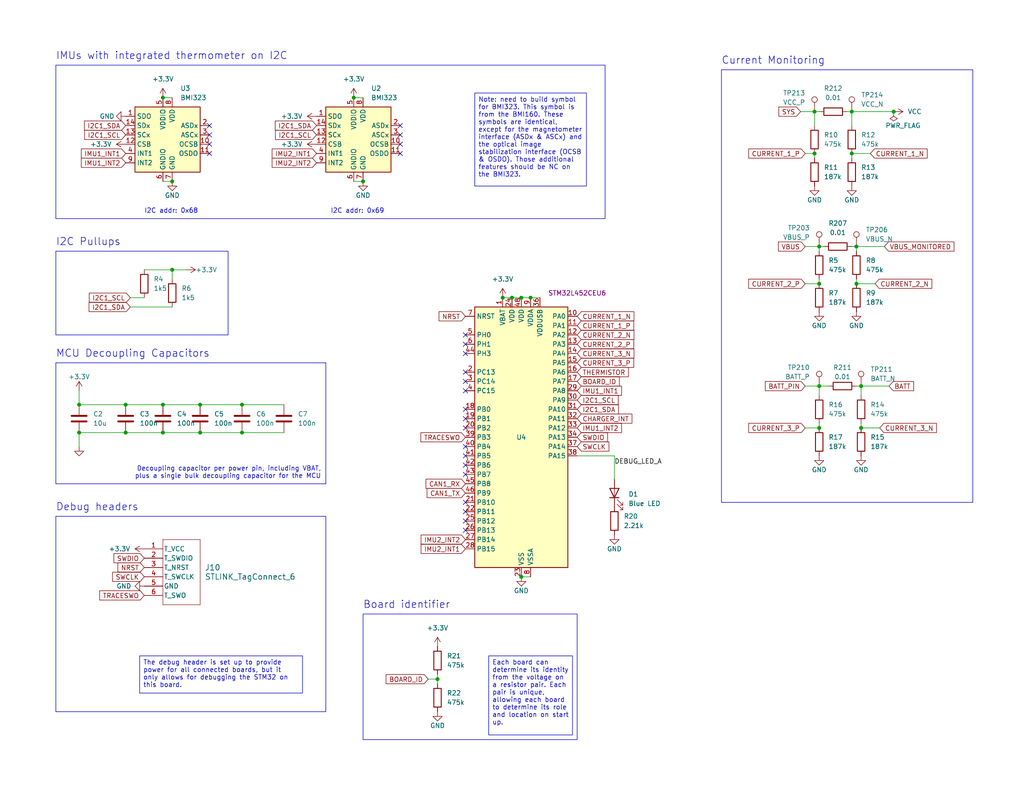
<source format=kicad_sch>
(kicad_sch (version 20230121) (generator eeschema)
  (paper "USLetter")
  (lib_symbols
    (symbol "Device:LED" (pin_numbers hide) (pin_names (offset 1.016) hide)
      (property "Reference" "D" (at 0 2.54 0))
      (property "Value" "LED" (at 0 -2.54 0))
      (symbol "LED_0_1"
        (polyline (pts (xy -1.27 -1.27) (xy -1.27 1.27)) (stroke (width 0.254)))
        (polyline (pts (xy -1.27 0) (xy 1.27 0)))
        (polyline (pts (xy 1.27 -1.27) (xy 1.27 1.27) (xy -1.27 0) (xy 1.27 -1.27)) (stroke (width 0.254)))
        (polyline (pts (xy -3.048 -0.762) (xy -4.572 -2.286) (xy -3.81 -2.286) (xy -4.572 -2.286) (xy -4.572 -1.524)))
        (polyline (pts (xy -1.778 -0.762) (xy -3.302 -2.286) (xy -2.54 -2.286) (xy -3.302 -2.286) (xy -3.302 -1.524)))
      )
      (symbol "LED_1_1"
        (pin passive line (at -3.81 0 0) (length 2.54) (name "K") (number "1"))
        (pin passive line (at 3.81 0 180) (length 2.54) (name "A") (number "2"))
      )
    )
    (symbol "Device:R" (pin_numbers hide) (pin_names (offset 0))
      (property "Reference" "R" (at 2.032 0 90))
      (property "Value" "R" (at 0 0 90))
      (symbol "R_0_1"
        (rectangle (start -1.016 -2.54) (end 1.016 2.54) (stroke (width 0.254)))
      )
      (symbol "R_1_1"
        (pin passive line (at 0 3.81 270) (length 1.27) (name "~") (number "1"))
        (pin passive line (at 0 -3.81 90) (length 1.27) (name "~") (number "2"))
      )
    )
    (symbol "MCU_ST_STM32L4:STM32L452CEUx"
      (property "Reference" "U" (at -12.7 36.83 0))
      (property "Value" "STM32L452CEUx" (at 7.62 36.83 0))
      (symbol "STM32L452CEUx_0_1"
        (rectangle (start -12.7 -35.56) (end 12.7 35.56) (stroke (width 0.254)) (fill (type background)))
      )
      (symbol "STM32L452CEUx_1_1"
        (pin power_in line (at -5.08 38.1 270) (length 2.54) (name "VBAT") (number "1"))
        (pin bidirectional line (at 15.24 33.02 180) (length 2.54) (name "PA0") (number "10"))
        (pin bidirectional line (at 15.24 30.48 180) (length 2.54) (name "PA1") (number "11"))
        (pin bidirectional line (at 15.24 27.94 180) (length 2.54) (name "PA2") (number "12"))
        (pin bidirectional line (at 15.24 25.4 180) (length 2.54) (name "PA3") (number "13"))
        (pin bidirectional line (at 15.24 22.86 180) (length 2.54) (name "PA4") (number "14"))
        (pin bidirectional line (at 15.24 20.32 180) (length 2.54) (name "PA5") (number "15"))
        (pin bidirectional line (at 15.24 17.78 180) (length 2.54) (name "PA6") (number "16"))
        (pin bidirectional line (at 15.24 15.24 180) (length 2.54) (name "PA7") (number "17"))
        (pin bidirectional line (at -15.24 7.62 0) (length 2.54) (name "PB0") (number "18"))
        (pin bidirectional line (at -15.24 5.08 0) (length 2.54) (name "PB1") (number "19"))
        (pin bidirectional line (at -15.24 17.78 0) (length 2.54) (name "PC13") (number "2"))
        (pin bidirectional line (at -15.24 2.54 0) (length 2.54) (name "PB2") (number "20"))
        (pin bidirectional line (at -15.24 -17.78 0) (length 2.54) (name "PB10") (number "21"))
        (pin bidirectional line (at -15.24 -20.32 0) (length 2.54) (name "PB11") (number "22"))
        (pin power_in line (at 0 -38.1 90) (length 2.54) (name "VSS") (number "23"))
        (pin power_in line (at -2.54 38.1 270) (length 2.54) (name "VDD") (number "24"))
        (pin bidirectional line (at -15.24 -22.86 0) (length 2.54) (name "PB12") (number "25"))
        (pin bidirectional line (at -15.24 -25.4 0) (length 2.54) (name "PB13") (number "26"))
        (pin bidirectional line (at -15.24 -27.94 0) (length 2.54) (name "PB14") (number "27"))
        (pin bidirectional line (at -15.24 -30.48 0) (length 2.54) (name "PB15") (number "28"))
        (pin bidirectional line (at 15.24 12.7 180) (length 2.54) (name "PA8") (number "29"))
        (pin bidirectional line (at -15.24 15.24 0) (length 2.54) (name "PC14") (number "3"))
        (pin bidirectional line (at 15.24 10.16 180) (length 2.54) (name "PA9") (number "30"))
        (pin bidirectional line (at 15.24 7.62 180) (length 2.54) (name "PA10") (number "31"))
        (pin bidirectional line (at 15.24 5.08 180) (length 2.54) (name "PA11") (number "32"))
        (pin bidirectional line (at 15.24 2.54 180) (length 2.54) (name "PA12") (number "33"))
        (pin bidirectional line (at 15.24 0 180) (length 2.54) (name "PA13") (number "34"))
        (pin passive line (at 0 -38.1 90) (length 2.54) hide (name "VSS") (number "35"))
        (pin power_in line (at 5.08 38.1 270) (length 2.54) (name "VDDUSB") (number "36"))
        (pin bidirectional line (at 15.24 -2.54 180) (length 2.54) (name "PA14") (number "37"))
        (pin bidirectional line (at 15.24 -5.08 180) (length 2.54) (name "PA15") (number "38"))
        (pin bidirectional line (at -15.24 0 0) (length 2.54) (name "PB3") (number "39"))
        (pin bidirectional line (at -15.24 12.7 0) (length 2.54) (name "PC15") (number "4"))
        (pin bidirectional line (at -15.24 -2.54 0) (length 2.54) (name "PB4") (number "40"))
        (pin bidirectional line (at -15.24 -5.08 0) (length 2.54) (name "PB5") (number "41"))
        (pin bidirectional line (at -15.24 -7.62 0) (length 2.54) (name "PB6") (number "42"))
        (pin bidirectional line (at -15.24 -10.16 0) (length 2.54) (name "PB7") (number "43"))
        (pin bidirectional line (at -15.24 22.86 0) (length 2.54) (name "PH3") (number "44"))
        (pin bidirectional line (at -15.24 -12.7 0) (length 2.54) (name "PB8") (number "45"))
        (pin bidirectional line (at -15.24 -15.24 0) (length 2.54) (name "PB9") (number "46"))
        (pin passive line (at 0 -38.1 90) (length 2.54) hide (name "VSS") (number "47"))
        (pin power_in line (at 0 38.1 270) (length 2.54) (name "VDD") (number "48"))
        (pin passive line (at 0 -38.1 90) (length 2.54) hide (name "VSS") (number "49"))
        (pin bidirectional line (at -15.24 27.94 0) (length 2.54) (name "PH0") (number "5"))
        (pin bidirectional line (at -15.24 25.4 0) (length 2.54) (name "PH1") (number "6"))
        (pin input line (at -15.24 33.02 0) (length 2.54) (name "NRST") (number "7"))
        (pin power_in line (at 2.54 -38.1 90) (length 2.54) (name "VSSA") (number "8"))
        (pin power_in line (at 2.54 38.1 270) (length 2.54) (name "VDDA") (number "9"))
      )
    )
    (symbol "Sensor_Motion:BMI160"
      (property "Reference" "U" (at -10.16 8.89 0))
      (property "Value" "BMI160" (at 7.62 8.89 0))
      (symbol "BMI160_1_1"
        (rectangle (start -10.16 7.62) (end 7.62 -10.16) (stroke (width 0.254)) (fill (type background)))
        (pin bidirectional line (at -12.7 5.08 0) (length 2.54) (name "SDO") (number "1"))
        (pin bidirectional line (at 10.16 -2.54 180) (length 2.54) (name "OCSB") (number "10"))
        (pin bidirectional line (at 10.16 -5.08 180) (length 2.54) (name "OSDO") (number "11"))
        (pin input line (at -12.7 -2.54 0) (length 2.54) (name "CSB") (number "12"))
        (pin input line (at -12.7 0 0) (length 2.54) (name "SCx") (number "13"))
        (pin bidirectional line (at -12.7 2.54 0) (length 2.54) (name "SDx") (number "14"))
        (pin bidirectional line (at 10.16 2.54 180) (length 2.54) (name "ASDx") (number "2"))
        (pin output line (at 10.16 0 180) (length 2.54) (name "ASCx") (number "3"))
        (pin bidirectional line (at -12.7 -5.08 0) (length 2.54) (name "INT1") (number "4"))
        (pin power_in line (at -2.54 10.16 270) (length 2.54) (name "VDDIO") (number "5"))
        (pin power_in line (at -2.54 -12.7 90) (length 2.54) (name "GNDIO") (number "6"))
        (pin power_in line (at 0 -12.7 90) (length 2.54) (name "GND") (number "7"))
        (pin power_in line (at 0 10.16 270) (length 2.54) (name "VDD") (number "8"))
        (pin bidirectional line (at -12.7 -7.62 0) (length 2.54) (name "INT2") (number "9"))
      )
    )
    (symbol "TVSC:Large_Decoupling_Capacitor" (pin_numbers hide) (pin_names (offset 0.254))
      (property "Reference" "C" (at 0.635 2.54 0))
      (property "Value" "10u" (at 0.635 -2.54 0))
      (symbol "Large_Decoupling_Capacitor_0_1"
        (polyline (pts (xy -2.032 -0.762) (xy 2.032 -0.762)) (stroke (width 0.508)))
        (polyline (pts (xy -2.032 0.762) (xy 2.032 0.762)) (stroke (width 0.508)))
      )
      (symbol "Large_Decoupling_Capacitor_1_1"
        (pin passive line (at 0 3.81 270) (length 2.794) (name "~") (number "1"))
        (pin passive line (at 0 -3.81 90) (length 2.794) (name "~") (number "2"))
      )
    )
    (symbol "TVSC:STLINK_TagConnect_6" (pin_names (offset 0.254)) (in_bom no)
      (property "Reference" "J" (at 0 6.35 0))
      (property "Value" "STLINK_TagConnect_6" (at 0 -15.24 0))
      (symbol "STLINK_TagConnect_6_1_1"
        (polyline (pts (xy -5.08 -12.7) (xy 5.08 -12.7)) (stroke (width 0.127)))
        (polyline (pts (xy -5.08 5.08) (xy -5.08 -12.7)) (stroke (width 0.127)))
        (polyline (pts (xy 5.08 -12.7) (xy 5.08 5.08)) (stroke (width 0.127)))
        (polyline (pts (xy 5.08 5.08) (xy -5.08 5.08)) (stroke (width 0.127)))
        (pin power_out line (at -10.16 2.54 0) (length 5.08) (name "T_VCC") (number "1"))
        (pin bidirectional line (at -10.16 0 0) (length 5.08) (name "T_SWDIO") (number "2"))
        (pin output line (at -10.16 -2.54 0) (length 5.08) (name "T_NRST") (number "3"))
        (pin input line (at -10.16 -5.08 0) (length 5.08) (name "T_SWCLK") (number "4"))
        (pin power_out line (at -10.16 -7.62 0) (length 5.08) (name "GND") (number "5"))
        (pin output line (at -10.16 -10.16 0) (length 5.08) (name "T_SWO") (number "6"))
      )
      (symbol "STLINK_TagConnect_6_1_2"
        (polyline (pts (xy 5.08 -20.32) (xy 12.7 -20.32)) (stroke (width 0.127)))
        (polyline (pts (xy 5.08 2.54) (xy 5.08 -20.32)) (stroke (width 0.127)))
        (polyline (pts (xy 7.62 -17.78) (xy 5.08 -17.78)) (stroke (width 0.127)))
        (polyline (pts (xy 7.62 -17.78) (xy 8.89 -18.6267)) (stroke (width 0.127)))
        (polyline (pts (xy 7.62 -17.78) (xy 8.89 -16.9333)) (stroke (width 0.127)))
        (polyline (pts (xy 7.62 -15.24) (xy 5.08 -15.24)) (stroke (width 0.127)))
        (polyline (pts (xy 7.62 -15.24) (xy 8.89 -16.0867)) (stroke (width 0.127)))
        (polyline (pts (xy 7.62 -15.24) (xy 8.89 -14.3933)) (stroke (width 0.127)))
        (polyline (pts (xy 7.62 -12.7) (xy 5.08 -12.7)) (stroke (width 0.127)))
        (polyline (pts (xy 7.62 -12.7) (xy 8.89 -13.5467)) (stroke (width 0.127)))
        (polyline (pts (xy 7.62 -12.7) (xy 8.89 -11.8533)) (stroke (width 0.127)))
        (polyline (pts (xy 7.62 -10.16) (xy 5.08 -10.16)) (stroke (width 0.127)))
        (polyline (pts (xy 7.62 -10.16) (xy 8.89 -11.0067)) (stroke (width 0.127)))
        (polyline (pts (xy 7.62 -10.16) (xy 8.89 -9.3133)) (stroke (width 0.127)))
        (polyline (pts (xy 7.62 -7.62) (xy 5.08 -7.62)) (stroke (width 0.127)))
        (polyline (pts (xy 7.62 -7.62) (xy 8.89 -8.4667)) (stroke (width 0.127)))
        (polyline (pts (xy 7.62 -7.62) (xy 8.89 -6.7733)) (stroke (width 0.127)))
        (polyline (pts (xy 7.62 -5.08) (xy 5.08 -5.08)) (stroke (width 0.127)))
        (polyline (pts (xy 7.62 -5.08) (xy 8.89 -5.9267)) (stroke (width 0.127)))
        (polyline (pts (xy 7.62 -5.08) (xy 8.89 -4.2333)) (stroke (width 0.127)))
        (polyline (pts (xy 7.62 -2.54) (xy 5.08 -2.54)) (stroke (width 0.127)))
        (polyline (pts (xy 7.62 -2.54) (xy 8.89 -3.3867)) (stroke (width 0.127)))
        (polyline (pts (xy 7.62 -2.54) (xy 8.89 -1.6933)) (stroke (width 0.127)))
        (polyline (pts (xy 7.62 0) (xy 5.08 0)) (stroke (width 0.127)))
        (polyline (pts (xy 7.62 0) (xy 8.89 -0.8467)) (stroke (width 0.127)))
        (polyline (pts (xy 7.62 0) (xy 8.89 0.8467)) (stroke (width 0.127)))
        (polyline (pts (xy 12.7 -20.32) (xy 12.7 2.54)) (stroke (width 0.127)))
        (polyline (pts (xy 12.7 2.54) (xy 5.08 2.54)) (stroke (width 0.127)))
        (pin unspecified line (at 0 0 0) (length 5.08) (name "1") (number "1"))
        (pin unspecified line (at 0 -2.54 0) (length 5.08) (name "2") (number "2"))
        (pin unspecified line (at 0 -5.08 0) (length 5.08) (name "3") (number "3"))
        (pin unspecified line (at 0 -7.62 0) (length 5.08) (name "4") (number "4"))
        (pin unspecified line (at 0 -10.16 0) (length 5.08) (name "5") (number "5"))
        (pin unspecified line (at 0 -12.7 0) (length 5.08) (name "6") (number "6"))
        (pin unspecified line (at 0 -15.24 0) (length 5.08) (name "7") (number "7"))
        (pin unspecified line (at 0 -17.78 0) (length 5.08) (name "8") (number "8"))
      )
    )
    (symbol "TVSC:Small_Decoupling_Capacitor" (pin_numbers hide) (pin_names (offset 0.254))
      (property "Reference" "C" (at 0.635 2.54 0))
      (property "Value" "100n" (at 0.635 -2.54 0))
      (symbol "Small_Decoupling_Capacitor_0_1"
        (polyline (pts (xy -2.032 -0.762) (xy 2.032 -0.762)) (stroke (width 0.508)))
        (polyline (pts (xy -2.032 0.762) (xy 2.032 0.762)) (stroke (width 0.508)))
      )
      (symbol "Small_Decoupling_Capacitor_1_1"
        (pin passive line (at 0 3.81 270) (length 2.794) (name "~") (number "1"))
        (pin passive line (at 0 -3.81 90) (length 2.794) (name "~") (number "2"))
      )
    )
    (symbol "TVSC:TestPoint_Keystone_5002" (pin_numbers hide) (pin_names (offset 0.762) hide)
      (property "Reference" "TP" (at 0 6.858 0))
      (property "Value" "TestPoint" (at 0 5.08 0))
      (symbol "TestPoint_Keystone_5002_0_1"
        (circle (center 0 3.302) (radius 0.762))
      )
      (symbol "TestPoint_Keystone_5002_1_1"
        (pin passive line (at 0 0 90) (length 2.54) (name "1") (number "1"))
      )
    )
    (symbol "power:+3.3V" (power) (pin_names (offset 0))
      (property "Value" "+3.3V" (at 0 3.556 0))
      (symbol "+3.3V_0_1"
        (polyline (pts (xy -0.762 1.27) (xy 0 2.54)))
        (polyline (pts (xy 0 0) (xy 0 2.54)))
        (polyline (pts (xy 0 2.54) (xy 0.762 1.27)))
      )
      (symbol "+3.3V_1_1"
        (pin power_in line (at 0 0 90) (length 0) hide (name "+3.3V") (number "1"))
      )
    )
    (symbol "power:GND" (power) (pin_names (offset 0))
      (property "Value" "GND" (at 0 -3.81 0))
      (symbol "GND_0_1"
        (polyline (pts (xy 0 0) (xy 0 -1.27) (xy 1.27 -1.27) (xy 0 -2.54) (xy -1.27 -1.27) (xy 0 -1.27)))
      )
      (symbol "GND_1_1"
        (pin power_in line (at 0 0 270) (length 0) hide (name "GND") (number "1"))
      )
    )
    (symbol "power:PWR_FLAG" (power) (pin_numbers hide) (pin_names (offset 0) hide)
      (property "Value" "PWR_FLAG" (at 0 3.81 0))
      (symbol "PWR_FLAG_0_0"
        (pin power_out line (at 0 0 90) (length 0) (name "pwr") (number "1"))
      )
      (symbol "PWR_FLAG_0_1"
        (polyline (pts (xy 0 0) (xy 0 1.27) (xy -1.016 1.905) (xy 0 2.54) (xy 1.016 1.905) (xy 0 1.27)))
      )
    )
    (symbol "power:VCC" (power) (pin_names (offset 0))
      (property "Value" "VCC" (at 0 3.81 0))
      (symbol "VCC_0_1"
        (polyline (pts (xy -0.762 1.27) (xy 0 2.54)))
        (polyline (pts (xy 0 0) (xy 0 2.54)))
        (polyline (pts (xy 0 2.54) (xy 0.762 1.27)))
      )
      (symbol "VCC_1_1"
        (pin power_in line (at 0 0 90) (length 0) hide (name "VCC") (number "1"))
      )
    )
  )
  (junction (at 223.52 116.84))
  (junction (at 54.61 110.49))
  (junction (at 34.29 118.11))
  (junction (at 144.78 81.28))
  (junction (at 44.45 110.49))
  (junction (at 243.84 30.48))
  (junction (at 223.52 77.47))
  (junction (at 66.04 110.49))
  (junction (at 99.06 49.53))
  (junction (at 142.24 157.48))
  (junction (at 139.7 81.28))
  (junction (at 46.99 49.53))
  (junction (at 222.25 41.91))
  (junction (at 234.95 105.41))
  (junction (at 119.38 185.42))
  (junction (at 232.41 41.91))
  (junction (at 21.59 110.49))
  (junction (at 233.68 77.47))
  (junction (at 21.59 118.11))
  (junction (at 142.24 81.28))
  (junction (at 44.45 118.11))
  (junction (at 137.16 81.28))
  (junction (at 223.52 67.31))
  (junction (at 34.29 110.49))
  (junction (at 66.04 118.11))
  (junction (at 96.52 26.67))
  (junction (at 234.95 116.84))
  (junction (at 44.45 26.67))
  (junction (at 223.52 105.41))
  (junction (at 232.41 30.48))
  (junction (at 54.61 118.11))
  (junction (at 222.25 30.48))
  (junction (at 46.99 73.66))
  (junction (at 233.68 67.31))
  (no_connect (at 127 144.78))
  (no_connect (at 127 96.52))
  (no_connect (at 109.22 41.91))
  (no_connect (at 57.15 41.91))
  (no_connect (at 127 106.68))
  (no_connect (at 57.15 34.29))
  (no_connect (at 127 93.98))
  (no_connect (at 109.22 39.37))
  (no_connect (at 127 129.54))
  (no_connect (at 127 104.14))
  (no_connect (at 127 139.7))
  (no_connect (at 127 116.84))
  (no_connect (at 127 142.24))
  (no_connect (at 127 101.6))
  (no_connect (at 109.22 36.83))
  (no_connect (at 109.22 34.29))
  (no_connect (at 127 111.76))
  (no_connect (at 127 124.46))
  (no_connect (at 127 137.16))
  (no_connect (at 57.15 39.37))
  (no_connect (at 57.15 36.83))
  (no_connect (at 127 127))
  (no_connect (at 127 121.92))
  (no_connect (at 127 91.44))
  (no_connect (at 127 114.3))
  (wire (pts (xy 233.68 67.31) (xy 241.3 67.31)))
  (wire (pts (xy 167.64 124.46) (xy 157.48 124.46)))
  (wire (pts (xy 34.29 110.49) (xy 44.45 110.49)))
  (wire (pts (xy 223.52 67.31) (xy 224.79 67.31)))
  (wire (pts (xy 21.59 110.49) (xy 34.29 110.49)))
  (wire (pts (xy 46.99 73.66) (xy 50.8 73.66)))
  (wire (pts (xy 223.52 68.58) (xy 223.52 67.31)))
  (wire (pts (xy 39.37 73.66) (xy 46.99 73.66)))
  (wire (pts (xy 137.16 81.28) (xy 139.7 81.28)))
  (wire (pts (xy 223.52 107.95) (xy 223.52 105.41)))
  (wire (pts (xy 167.64 130.81) (xy 167.64 124.46)))
  (wire (pts (xy 223.52 116.84) (xy 223.52 115.57)))
  (wire (pts (xy 232.41 30.48) (xy 243.84 30.48)))
  (polyline (pts (xy 88.9 99.06) (xy 88.9 132.08)))
  (wire (pts (xy 34.29 118.11) (xy 44.45 118.11)))
  (wire (pts (xy 44.45 49.53) (xy 46.99 49.53)))
  (wire (pts (xy 232.41 41.91) (xy 237.49 41.91)))
  (wire (pts (xy 35.56 81.28) (xy 39.37 81.28)))
  (wire (pts (xy 21.59 118.11) (xy 34.29 118.11)))
  (wire (pts (xy 222.25 43.18) (xy 222.25 41.91)))
  (wire (pts (xy 54.61 110.49) (xy 66.04 110.49)))
  (wire (pts (xy 223.52 77.47) (xy 223.52 76.2)))
  (wire (pts (xy 234.95 105.41) (xy 242.57 105.41)))
  (wire (pts (xy 222.25 34.29) (xy 222.25 30.48)))
  (wire (pts (xy 219.71 41.91) (xy 222.25 41.91)))
  (wire (pts (xy 234.95 116.84) (xy 234.95 115.57)))
  (wire (pts (xy 96.52 26.67) (xy 99.06 26.67)))
  (polyline (pts (xy 88.9 132.08) (xy 15.24 132.08)))
  (wire (pts (xy 233.68 77.47) (xy 238.76 77.47)))
  (wire (pts (xy 234.95 116.84) (xy 240.03 116.84)))
  (wire (pts (xy 96.52 49.53) (xy 99.06 49.53)))
  (polyline (pts (xy 15.24 99.06) (xy 15.24 132.08)))
  (wire (pts (xy 222.25 30.48) (xy 223.52 30.48)))
  (wire (pts (xy 54.61 118.11) (xy 66.04 118.11)))
  (wire (pts (xy 44.45 110.49) (xy 54.61 110.49)))
  (wire (pts (xy 35.56 83.82) (xy 46.99 83.82)))
  (wire (pts (xy 233.68 77.47) (xy 233.68 76.2)))
  (wire (pts (xy 233.68 77.47) (xy 233.68 78.74)))
  (polyline (pts (xy 15.24 99.06) (xy 88.9 99.06)))
  (wire (pts (xy 234.95 107.95) (xy 234.95 105.41)))
  (wire (pts (xy 233.68 68.58) (xy 233.68 67.31)))
  (wire (pts (xy 231.14 30.48) (xy 232.41 30.48)))
  (wire (pts (xy 21.59 106.68) (xy 21.59 110.49)))
  (wire (pts (xy 234.95 105.41) (xy 233.68 105.41)))
  (wire (pts (xy 139.7 81.28) (xy 142.24 81.28)))
  (wire (pts (xy 144.78 81.28) (xy 147.32 81.28)))
  (wire (pts (xy 142.24 157.48) (xy 144.78 157.48)))
  (wire (pts (xy 232.41 34.29) (xy 232.41 30.48)))
  (wire (pts (xy 66.04 118.11) (xy 77.47 118.11)))
  (wire (pts (xy 219.71 105.41) (xy 223.52 105.41)))
  (wire (pts (xy 219.71 67.31) (xy 223.52 67.31)))
  (wire (pts (xy 218.44 30.48) (xy 222.25 30.48)))
  (wire (pts (xy 44.45 26.67) (xy 46.99 26.67)))
  (wire (pts (xy 142.24 81.28) (xy 144.78 81.28)))
  (wire (pts (xy 119.38 185.42) (xy 119.38 186.69)))
  (wire (pts (xy 46.99 73.66) (xy 46.99 76.2)))
  (wire (pts (xy 119.38 184.15) (xy 119.38 185.42)))
  (wire (pts (xy 116.84 185.42) (xy 119.38 185.42)))
  (wire (pts (xy 21.59 118.11) (xy 21.59 121.92)))
  (wire (pts (xy 232.41 43.18) (xy 232.41 41.91)))
  (wire (pts (xy 219.71 116.84) (xy 223.52 116.84)))
  (wire (pts (xy 223.52 105.41) (xy 226.06 105.41)))
  (wire (pts (xy 219.71 77.47) (xy 223.52 77.47)))
  (wire (pts (xy 44.45 118.11) (xy 54.61 118.11)))
  (wire (pts (xy 66.04 110.49) (xy 77.47 110.49)))
  (wire (pts (xy 232.41 67.31) (xy 233.68 67.31)))
  (rectangle (start 15.24 17.78) (end 165.1 59.69))
  (rectangle (start 15.24 140.97) (end 88.9 194.31))
  (rectangle (start 99.06 167.64) (end 157.48 201.93))
  (rectangle (start 196.85 19.05) (end 265.43 137.16))
  (rectangle (start 15.24 68.58) (end 62.23 91.44))
  (text_box "Note: need to build symbol for BMI323. This symbol is from the BMI160. These symbols are identical, except for the magnetometer interface (ASDx & ASCx) and the optical image stabilization interface (OCSB & OSDO). Those additional features should be NC on the BMI323." (at 129.54 25.4 0) (size 30.48 25.4) (effects (font (size 1.27 1.27)) (justify left top)))
  (text_box "Each board can determine its identity from the voltage on a resistor pair. Each pair is unique, allowing each board to determine its role and location on start up." (at 133.35 179.07 0) (size 22.86 21.59) (effects (font (size 1.27 1.27)) (justify left top)))
  (text_box "The debug header is set up to provide power for all connected boards, but it only allows for debugging the STM32 on this board." (at 38.1 179.07 0) (size 44.45 10.16) (effects (font (size 1.27 1.27)) (justify left top)))
  (text "I2C addr: 0x69" (at 90.17 58.42 0) (effects (font (size 1.27 1.27)) (justify left bottom)))
  (text "I2C Pullups" (at 15.24 67.31 0) (effects (font (size 2 2)) (justify left bottom)))
  (text "MCU Decoupling Capacitors" (at 15.24 97.79 0) (effects (font (size 2 2)) (justify left bottom)))
  (text "IMUs with integrated thermometer on I2C" (at 15.24 16.51 0) (effects (font (size 2 2)) (justify left bottom)))
  (text "Current Monitoring" (at 196.85 17.78 0) (effects (font (size 2 2)) (justify left bottom)))
  (text "Decoupling capacitor per power pin, including VBAT,\nplus a single bulk decoupling capacitor for the MCU" (at 87.63 130.81 0) (effects (font (size 1.25 1.25)) (justify right bottom)))
  (text "Board identifier" (at 99.06 166.37 0) (effects (font (size 2 2)) (justify left bottom)))
  (text "Debug headers" (at 15.24 139.7 0) (effects (font (size 2 2)) (justify left bottom)))
  (text "I2C addr: 0x68" (at 39.37 58.42 0) (effects (font (size 1.27 1.27)) (justify left bottom)))
  (label "DEBUG_LED_A" (at 167.64 127 0))
  (global_label "VBUS_MONITORED" (shape input) (at 241.3 67.31 0) (property "Intersheetrefs" "${INTERSHEET_REFS}" (at 260.8557 67.31 0) (effects (justify left))))
  (global_label "BOARD_ID" (shape input) (at 116.84 185.42 180) (property "Intersheetrefs" "${INTERSHEET_REFS}" (at 104.7833 185.42 0) (effects (justify right))))
  (global_label "SYS" (shape input) (at 218.44 30.48 180) (property "Intersheetrefs" "${INTERSHEET_REFS}" (at 211.9472 30.48 0) (effects (justify right))))
  (global_label "BATT_PIN" (shape input) (at 219.71 105.41 180) (property "Intersheetrefs" "${INTERSHEET_REFS}" (at 208.2581 105.41 0) (effects (justify right))))
  (global_label "SWDIO" (shape input) (at 157.48 119.38 0) (property "Intersheetrefs" "${INTERSHEET_REFS}" (at 166.3314 119.38 0) (effects (justify left))))
  (global_label "I2C1_SDA" (shape input) (at 157.48 111.76 0) (property "Intersheetrefs" "${INTERSHEET_REFS}" (at 169.2947 111.76 0) (effects (justify left))))
  (global_label "IMU2_INT2" (shape input) (at 127 147.32 180) (property "Intersheetrefs" "${INTERSHEET_REFS}" (at 114.3386 147.32 0) (effects (justify right))))
  (global_label "IMU1_INT1" (shape input) (at 34.29 41.91 180) (property "Intersheetrefs" "${INTERSHEET_REFS}" (at 21.6286 41.91 0) (effects (justify right))))
  (global_label "CAN1_TX" (shape input) (at 127 134.62 180) (property "Intersheetrefs" "${INTERSHEET_REFS}" (at 115.9715 134.62 0) (effects (justify right))))
  (global_label "I2C1_SDA" (shape input) (at 86.36 34.29 180) (property "Intersheetrefs" "${INTERSHEET_REFS}" (at 74.5453 34.29 0) (effects (justify right))))
  (global_label "CURRENT_3_P" (shape input) (at 157.48 99.06 0) (property "Intersheetrefs" "${INTERSHEET_REFS}" (at 173.4675 99.06 0) (effects (justify left))))
  (global_label "I2C1_SDA" (shape input) (at 34.29 34.29 180) (property "Intersheetrefs" "${INTERSHEET_REFS}" (at 22.4753 34.29 0) (effects (justify right))))
  (global_label "CURRENT_2_N" (shape input) (at 157.48 91.44 0) (property "Intersheetrefs" "${INTERSHEET_REFS}" (at 173.528 91.44 0) (effects (justify left))))
  (global_label "IMU1_INT2" (shape input) (at 34.29 44.45 180) (property "Intersheetrefs" "${INTERSHEET_REFS}" (at 21.6286 44.45 0) (effects (justify right))))
  (global_label "I2C1_SCL" (shape input) (at 86.36 36.83 180) (property "Intersheetrefs" "${INTERSHEET_REFS}" (at 74.6058 36.83 0) (effects (justify right))))
  (global_label "CURRENT_1_N" (shape input) (at 237.49 41.91 0) (property "Intersheetrefs" "${INTERSHEET_REFS}" (at 253.538 41.91 0) (effects (justify left))))
  (global_label "TRACESWO" (shape input) (at 39.37 162.56 180) (property "Intersheetrefs" "${INTERSHEET_REFS}" (at 26.6482 162.56 0) (effects (justify right))))
  (global_label "CURRENT_2_P" (shape input) (at 219.71 77.47 180) (property "Intersheetrefs" "${INTERSHEET_REFS}" (at 203.7225 77.47 0) (effects (justify right))))
  (global_label "BOARD_ID" (shape input) (at 157.48 104.14 0) (property "Intersheetrefs" "${INTERSHEET_REFS}" (at 169.5367 104.14 0) (effects (justify left))))
  (global_label "CURRENT_3_N" (shape input) (at 157.48 96.52 0) (property "Intersheetrefs" "${INTERSHEET_REFS}" (at 173.528 96.52 0) (effects (justify left))))
  (global_label "SWCLK" (shape input) (at 157.48 121.92 0) (property "Intersheetrefs" "${INTERSHEET_REFS}" (at 166.6942 121.92 0) (effects (justify left))))
  (global_label "IMU2_INT1" (shape input) (at 86.36 41.91 180) (property "Intersheetrefs" "${INTERSHEET_REFS}" (at 73.6986 41.91 0) (effects (justify right))))
  (global_label "IMU1_INT1" (shape input) (at 157.48 106.68 0) (property "Intersheetrefs" "${INTERSHEET_REFS}" (at 170.1414 106.68 0) (effects (justify left))))
  (global_label "CURRENT_1_P" (shape input) (at 219.71 41.91 180) (property "Intersheetrefs" "${INTERSHEET_REFS}" (at 203.7225 41.91 0) (effects (justify right))))
  (global_label "TRACESWO" (shape input) (at 127 119.38 180) (property "Intersheetrefs" "${INTERSHEET_REFS}" (at 114.2782 119.38 0) (effects (justify right))))
  (global_label "VBUS" (shape input) (at 219.71 67.31 180) (property "Intersheetrefs" "${INTERSHEET_REFS}" (at 211.8262 67.31 0) (effects (justify right))))
  (global_label "CHARGER_INT" (shape input) (at 157.48 114.3 0) (property "Intersheetrefs" "${INTERSHEET_REFS}" (at 172.9838 114.3 0) (effects (justify left))))
  (global_label "BATT" (shape input) (at 242.57 105.41 0) (property "Intersheetrefs" "${INTERSHEET_REFS}" (at 249.849 105.41 0) (effects (justify left))))
  (global_label "I2C1_SCL" (shape input) (at 34.29 36.83 180) (property "Intersheetrefs" "${INTERSHEET_REFS}" (at 22.5358 36.83 0) (effects (justify right))))
  (global_label "CURRENT_3_N" (shape input) (at 240.03 116.84 0) (property "Intersheetrefs" "${INTERSHEET_REFS}" (at 256.078 116.84 0) (effects (justify left))))
  (global_label "IMU2_INT1" (shape input) (at 127 149.86 180) (property "Intersheetrefs" "${INTERSHEET_REFS}" (at 114.3386 149.86 0) (effects (justify right))))
  (global_label "CURRENT_2_P" (shape input) (at 157.48 93.98 0) (property "Intersheetrefs" "${INTERSHEET_REFS}" (at 173.4675 93.98 0) (effects (justify left))))
  (global_label "SWDIO" (shape input) (at 39.37 152.4 180) (property "Intersheetrefs" "${INTERSHEET_REFS}" (at 30.5186 152.4 0) (effects (justify right))))
  (global_label "CURRENT_1_N" (shape input) (at 157.48 86.36 0) (property "Intersheetrefs" "${INTERSHEET_REFS}" (at 173.528 86.36 0) (effects (justify left))))
  (global_label "IMU1_INT2" (shape input) (at 157.48 116.84 0) (property "Intersheetrefs" "${INTERSHEET_REFS}" (at 170.1414 116.84 0) (effects (justify left))))
  (global_label "IMU2_INT2" (shape input) (at 86.36 44.45 180) (property "Intersheetrefs" "${INTERSHEET_REFS}" (at 73.6986 44.45 0) (effects (justify right))))
  (global_label "CURRENT_2_N" (shape input) (at 238.76 77.47 0) (property "Intersheetrefs" "${INTERSHEET_REFS}" (at 254.808 77.47 0) (effects (justify left))))
  (global_label "I2C1_SCL" (shape input) (at 35.56 81.28 180) (property "Intersheetrefs" "${INTERSHEET_REFS}" (at 23.8058 81.28 0) (effects (justify right))))
  (global_label "CAN1_RX" (shape input) (at 127 132.08 180) (property "Intersheetrefs" "${INTERSHEET_REFS}" (at 115.6691 132.08 0) (effects (justify right))))
  (global_label "NRST" (shape input) (at 127 86.36 180) (property "Intersheetrefs" "${INTERSHEET_REFS}" (at 119.2372 86.36 0) (effects (justify right))))
  (global_label "THERMISTOR" (shape input) (at 157.48 101.6 0) (property "Intersheetrefs" "${INTERSHEET_REFS}" (at 172.0161 101.6 0) (effects (justify left))))
  (global_label "I2C1_SCL" (shape input) (at 157.48 109.22 0) (property "Intersheetrefs" "${INTERSHEET_REFS}" (at 169.2342 109.22 0) (effects (justify left))))
  (global_label "NRST" (shape input) (at 39.37 154.94 180) (property "Intersheetrefs" "${INTERSHEET_REFS}" (at 31.6072 154.94 0) (effects (justify right))))
  (global_label "CURRENT_1_P" (shape input) (at 157.48 88.9 0) (property "Intersheetrefs" "${INTERSHEET_REFS}" (at 173.4675 88.9 0) (effects (justify left))))
  (global_label "I2C1_SDA" (shape input) (at 35.56 83.82 180) (property "Intersheetrefs" "${INTERSHEET_REFS}" (at 23.7453 83.82 0) (effects (justify right))))
  (global_label "CURRENT_3_P" (shape input) (at 219.71 116.84 180) (property "Intersheetrefs" "${INTERSHEET_REFS}" (at 203.7225 116.84 0) (effects (justify right))))
  (global_label "SWCLK" (shape input) (at 39.37 157.48 180) (property "Intersheetrefs" "${INTERSHEET_REFS}" (at 30.1558 157.48 0) (effects (justify right))))
  (symbol (lib_id "power:+3.3V") (at 50.8 73.66 270) (mirror x) (unit 1)
    (property "Reference" "#PWR038" (effects hide))
    (property "Value" "+3.3V" (at 53.34 73.66 90) (effects (justify left)))
  )
  (symbol (lib_id "power:GND") (at 223.52 124.46 0) (unit 1)
    (property "Reference" "#PWR048" (effects hide))
    (property "Value" "GND" (at 223.52 128.27 0))
  )
  (symbol (lib_id "Device:R") (at 232.41 38.1 0) (unit 1)
    (property "Reference" "R12" (at 234.95 36.83 0) (effects (justify left)))
    (property "Value" "475k" (at 234.95 39.37 0) (effects (justify left)))
    (property "Footprint" "footprints:Nondescript_R_0402_1005Metric" (effects hide))
    (property "MPN" "C25791" (effects hide))
    (property "Manufacturer" "UNI-ROYAL" (effects hide))
    (property "Manufacturer Part Number" "0402WGF4753TCE" (effects hide))
    (property "Active" "Y" (effects hide))
  )
  (symbol (lib_id "TVSC:TestPoint_Keystone_5002") (at 233.68 67.31 0) (unit 1)
    (property "Reference" "TP206" (at 236.22 62.738 0) (effects (justify left)))
    (property "Value" "VBUS_N" (at 236.22 65.278 0) (effects (justify left)))
    (property "Footprint" "footprints:TestPoint_Pad_D2.5mm" (effects hide))
  )
  (symbol (lib_id "power:GND") (at 232.41 50.8 0) (unit 1)
    (property "Reference" "#PWR046" (effects hide))
    (property "Value" "GND" (at 232.41 54.61 0))
  )
  (symbol (lib_id "power:+3.3V") (at 86.36 39.37 90) (unit 1)
    (property "Reference" "#PWR054" (effects hide))
    (property "Value" "+3.3V" (at 82.55 39.37 90) (effects (justify left)))
  )
  (symbol (lib_id "Device:R") (at 119.38 180.34 0) (unit 1)
    (property "Reference" "R21" (at 121.92 179.07 0) (effects (justify left)))
    (property "Value" "475k" (at 121.92 181.61 0) (effects (justify left)))
    (property "Footprint" "footprints:Nondescript_R_0402_1005Metric" (effects hide))
    (property "MPN" "C25791" (effects hide))
    (property "Manufacturer" "UNI-ROYAL" (effects hide))
    (property "Manufacturer Part Number" "0402WGF4753TCE" (effects hide))
    (property "Active" "Y" (effects hide))
  )
  (symbol (lib_id "Device:R") (at 234.95 120.65 0) (unit 1)
    (property "Reference" "R15" (at 237.49 119.38 0) (effects (justify left)))
    (property "Value" "187k" (at 237.49 121.92 0) (effects (justify left)))
    (property "Footprint" "footprints:Nondescript_R_0402_1005Metric" (effects hide))
    (property "MPN" "C25761" (effects hide))
    (property "Manufacturer" "UNI-ROYAL" (effects hide))
    (property "Manufacturer Part Number" "0402WGF1873TCE" (effects hide))
    (property "Active" "Y" (effects hide))
  )
  (symbol (lib_id "power:GND") (at 46.99 49.53 0) (unit 1)
    (property "Reference" "#PWR042" (effects hide))
    (property "Value" "GND" (at 46.99 53.34 0))
  )
  (symbol (lib_id "TVSC:Small_Decoupling_Capacitor") (at 44.45 114.3 0) (unit 1)
    (property "Reference" "C4" (at 48.26 113.03 0) (effects (justify left)))
    (property "Value" "100n" (at 48.26 115.57 0) (effects (justify left)))
    (property "Footprint" "footprints:Nondescript_C_0402_1005Metric" (effects hide))
    (property "Datasheet" "https://www.murata.com/en-us/products/productdetail?partno=GCM155R71H104KE02%23" (effects hide))
    (property "MPN" "C2649549" (effects hide))
    (property "Manufacturer" "Murata Electronics" (effects hide))
    (property "Manufacturer Part Number" "GCM155R71H104KE02J" (effects hide))
  )
  (symbol (lib_id "MCU_ST_STM32L4:STM32L452CEUx") (at 142.24 119.38 0) (unit 1)
    (property "Reference" "U4" (at 142.24 119.38 0))
    (property "Value" "STM32L452CEU6" (effects hide))
    (property "Footprint" "Package_DFN_QFN:QFN-48-1EP_7x7mm_P0.5mm_EP5.6x5.6mm" (effects hide))
    (property "Datasheet" "https://www.st.com/resource/en/datasheet/stm32l452ce.pdf" (effects hide))
    (property "Active" "Y" (effects hide))
    (property "MPN" "C222355" (effects hide))
    (property "Manufacturer" "ST Microelectronics" (effects hide))
    (property "Manufacturer Part Number" "STM32L452CEU6" (at 157.48 80.01 0))
  )
  (symbol (lib_id "Device:R") (at 223.52 81.28 0) (unit 1)
    (property "Reference" "R7" (at 226.06 80.01 0) (effects (justify left)))
    (property "Value" "187k" (at 226.06 82.55 0) (effects (justify left)))
    (property "Footprint" "footprints:Nondescript_R_0402_1005Metric" (effects hide))
    (property "MPN" "C25761" (effects hide))
    (property "Manufacturer" "UNI-ROYAL" (effects hide))
    (property "Manufacturer Part Number" "0402WGF1873TCE" (effects hide))
    (property "Active" "Y" (effects hide))
  )
  (symbol (lib_id "power:GND") (at 119.38 194.31 0) (unit 1)
    (property "Reference" "#PWR057" (effects hide))
    (property "Value" "GND" (at 119.38 198.12 0))
  )
  (symbol (lib_id "power:GND") (at 234.95 124.46 0) (unit 1)
    (property "Reference" "#PWR047" (effects hide))
    (property "Value" "GND" (at 234.95 128.27 0))
  )
  (symbol (lib_id "Device:R") (at 228.6 67.31 90) (unit 1)
    (property "Reference" "R207" (at 228.6 60.96 90))
    (property "Value" "0.01" (at 228.6 63.5 90))
    (property "Footprint" "Resistor_SMD:R_2512_6332Metric" (effects hide))
    (property "MPN" "C844296" (effects hide))
    (property "Manufacturer" "Vishay Intertech" (effects hide))
    (property "Manufacturer Part Number" "WSLP2512L5000FEA" (effects hide))
    (property "Active" "Y" (effects hide))
  )
  (symbol (lib_id "power:+3.3V") (at 137.16 81.28 0) (unit 1)
    (property "Reference" "#PWR031" (effects hide))
    (property "Value" "+3.3V" (at 137.16 76.2 0))
  )
  (symbol (lib_id "Device:R") (at 223.52 72.39 0) (unit 1)
    (property "Reference" "R5" (at 226.06 71.12 0) (effects (justify left)))
    (property "Value" "475k" (at 226.06 73.66 0) (effects (justify left)))
    (property "Footprint" "footprints:Nondescript_R_0402_1005Metric" (effects hide))
    (property "MPN" "C25791" (effects hide))
    (property "Manufacturer" "UNI-ROYAL" (effects hide))
    (property "Manufacturer Part Number" "0402WGF4753TCE" (effects hide))
    (property "Active" "Y" (effects hide))
  )
  (symbol (lib_id "Device:R") (at 227.33 30.48 90) (unit 1)
    (property "Reference" "R212" (at 227.33 24.13 90))
    (property "Value" "0.01" (at 227.33 26.67 90))
    (property "Footprint" "Resistor_SMD:R_2512_6332Metric" (effects hide))
    (property "MPN" "C844296" (effects hide))
    (property "Manufacturer" "Vishay Intertech" (effects hide))
    (property "Manufacturer Part Number" "WSLP2512L5000FEA" (effects hide))
    (property "Active" "Y" (effects hide))
  )
  (symbol (lib_id "TVSC:TestPoint_Keystone_5002") (at 232.41 30.48 0) (unit 1)
    (property "Reference" "TP214" (at 234.95 25.908 0) (effects (justify left)))
    (property "Value" "VCC_N" (at 234.95 28.448 0) (effects (justify left)))
    (property "Footprint" "footprints:TestPoint_Pad_D2.5mm" (effects hide))
  )
  (symbol (lib_id "Device:R") (at 223.52 111.76 0) (unit 1)
    (property "Reference" "R16" (at 226.06 110.49 0) (effects (justify left)))
    (property "Value" "475k" (at 226.06 113.03 0) (effects (justify left)))
    (property "Footprint" "footprints:Nondescript_R_0402_1005Metric" (effects hide))
    (property "MPN" "C25791" (effects hide))
    (property "Manufacturer" "UNI-ROYAL" (effects hide))
    (property "Manufacturer Part Number" "0402WGF4753TCE" (effects hide))
    (property "Active" "Y" (effects hide))
  )
  (symbol (lib_id "power:+3.3V") (at 119.38 176.53 0) (unit 1)
    (property "Reference" "#PWR058" (effects hide))
    (property "Value" "+3.3V" (at 119.38 171.45 0))
  )
  (symbol (lib_id "Device:R") (at 229.87 105.41 90) (unit 1)
    (property "Reference" "R211" (at 229.87 100.33 90))
    (property "Value" "0.01" (at 229.87 102.87 90))
    (property "Footprint" "Resistor_SMD:R_2512_6332Metric" (effects hide))
    (property "MPN" "C844296" (effects hide))
    (property "Manufacturer" "Vishay Intertech" (effects hide))
    (property "Manufacturer Part Number" "WSLP2512L5000FEA" (effects hide))
    (property "Active" "Y" (effects hide))
  )
  (symbol (lib_id "power:+3.3V") (at 21.59 106.68 0) (unit 1)
    (property "Reference" "#PWR033" (effects hide))
    (property "Value" "+3.3V" (at 21.59 102.87 0))
  )
  (symbol (lib_id "Device:R") (at 222.25 46.99 0) (unit 1)
    (property "Reference" "R11" (at 224.79 45.72 0) (effects (justify left)))
    (property "Value" "187k" (at 224.79 48.26 0) (effects (justify left)))
    (property "Footprint" "footprints:Nondescript_R_0402_1005Metric" (effects hide))
    (property "MPN" "C25761" (effects hide))
    (property "Manufacturer" "UNI-ROYAL" (effects hide))
    (property "Manufacturer Part Number" "0402WGF1873TCE" (effects hide))
    (property "Active" "Y" (effects hide))
  )
  (symbol (lib_id "TVSC:TestPoint_Keystone_5002") (at 223.52 105.41 0) (unit 1)
    (property "Reference" "TP210" (at 220.98 100.33 0) (effects (justify right)))
    (property "Value" "BATT_P" (at 220.98 102.87 0) (effects (justify right)))
    (property "Footprint" "footprints:TestPoint_Pad_D2.5mm" (effects hide))
  )
  (symbol (lib_id "power:+3.3V") (at 44.45 26.67 0) (unit 1)
    (property "Reference" "#PWR030" (effects hide))
    (property "Value" "+3.3V" (at 44.45 21.59 0))
  )
  (symbol (lib_id "power:GND") (at 21.59 121.92 0) (unit 1)
    (property "Reference" "#PWR036" (effects hide))
    (property "Value" "GND" (effects hide))
  )
  (symbol (lib_id "power:GND") (at 223.52 85.09 0) (unit 1)
    (property "Reference" "#PWR043" (effects hide))
    (property "Value" "GND" (at 223.52 88.9 0))
  )
  (symbol (lib_id "TVSC:TestPoint_Keystone_5002") (at 222.25 30.48 0) (unit 1)
    (property "Reference" "TP213" (at 219.71 25.4 0) (effects (justify right)))
    (property "Value" "VCC_P" (at 219.71 27.94 0) (effects (justify right)))
    (property "Footprint" "footprints:TestPoint_Pad_D2.5mm" (effects hide))
  )
  (symbol (lib_id "power:GND") (at 99.06 49.53 0) (unit 1)
    (property "Reference" "#PWR056" (effects hide))
    (property "Value" "GND" (at 99.06 53.34 0))
  )
  (symbol (lib_id "Device:R") (at 39.37 77.47 0) (unit 1)
    (property "Reference" "R4" (at 41.91 76.2 0) (effects (justify left)))
    (property "Value" "1k5" (at 41.91 78.74 0) (effects (justify left)))
    (property "Footprint" "Resistor_SMD:R_0402_1005Metric" (effects hide))
    (property "MPN" "C25867" (effects hide))
    (property "Manufacturer" "UNI-ROYAL" (effects hide))
    (property "Manufacturer Part Number" "0402WGF1501TCE" (effects hide))
    (property "Active" "Y" (effects hide))
  )
  (symbol (lib_id "Device:R") (at 119.38 190.5 0) (unit 1)
    (property "Reference" "R22" (at 121.92 189.23 0) (effects (justify left)))
    (property "Value" "475k" (at 121.92 191.77 0) (effects (justify left)))
    (property "Footprint" "footprints:Nondescript_R_0402_1005Metric" (effects hide))
    (property "MPN" "C25791" (effects hide))
    (property "Manufacturer" "UNI-ROYAL" (effects hide))
    (property "Manufacturer Part Number" "0402WGF4753TCE" (effects hide))
    (property "Active" "Y" (effects hide))
  )
  (symbol (lib_id "power:GND") (at 233.68 85.09 0) (unit 1)
    (property "Reference" "#PWR044" (effects hide))
    (property "Value" "GND" (at 233.68 88.9 0))
  )
  (symbol (lib_id "TVSC:TestPoint_Keystone_5002") (at 234.95 105.41 0) (unit 1)
    (property "Reference" "TP211" (at 237.49 100.838 0) (effects (justify left)))
    (property "Value" "BATT_N" (at 237.49 103.378 0) (effects (justify left)))
    (property "Footprint" "footprints:TestPoint_Pad_D2.5mm" (effects hide))
  )
  (symbol (lib_id "TVSC:Large_Decoupling_Capacitor") (at 21.59 114.3 0) (unit 1)
    (property "Reference" "C2" (at 25.4 113.03 0) (effects (justify left)))
    (property "Value" "10u" (at 25.4 115.57 0) (effects (justify left)))
    (property "Footprint" "footprints:Nondescript_C_0603_1608Metric" (effects hide))
    (property "Datasheet" "https://www.murata.com/en-us/products/productdetail?partno=GRM188R61E106KA73%23" (effects hide))
    (property "MPN" "C344022" (effects hide))
    (property "Manufacturer" "Murata Electronics" (effects hide))
    (property "Manufacturer Part Number" "GRM188R61E106KA73D" (effects hide))
  )
  (symbol (lib_id "power:VCC") (at 243.84 30.48 270) (unit 1)
    (property "Reference" "#PWR041" (effects hide))
    (property "Value" "VCC" (at 247.65 30.48 90) (effects (justify left)))
  )
  (symbol (lib_id "power:+3.3V") (at 39.37 149.86 90) (unit 1)
    (property "Reference" "#PWR049" (effects hide))
    (property "Value" "+3.3V" (at 35.56 149.86 90) (effects (justify left)))
  )
  (symbol (lib_id "Device:R") (at 223.52 120.65 0) (unit 1)
    (property "Reference" "R17" (at 226.06 119.38 0) (effects (justify left)))
    (property "Value" "187k" (at 226.06 121.92 0) (effects (justify left)))
    (property "Footprint" "footprints:Nondescript_R_0402_1005Metric" (effects hide))
    (property "MPN" "C25761" (effects hide))
    (property "Manufacturer" "UNI-ROYAL" (effects hide))
    (property "Manufacturer Part Number" "0402WGF1873TCE" (effects hide))
    (property "Active" "Y" (effects hide))
  )
  (symbol (lib_id "Sensor_Motion:BMI160") (at 46.99 36.83 0) (unit 1)
    (property "Reference" "U3" (at 49.1841 24.13 0) (effects (justify left)))
    (property "Value" "BMI323" (at 49.1841 26.67 0) (effects (justify left)))
    (property "Footprint" "Package_LGA:Bosch_LGA-14_3x2.5mm_P0.5mm" (effects hide))
    (property "Datasheet" "https://www.bosch-sensortec.com/media/boschsensortec/downloads/datasheets/bst-bmi323-ds000.pdf" (effects hide))
    (property "Active" "Y" (effects hide))
    (property "MPN" "C5368700" (effects hide))
    (property "Manufacturer" "Bosch Sensortec" (effects hide))
    (property "Manufacturer Part Number" "BMI323" (effects hide))
  )
  (symbol (lib_id "Device:R") (at 167.64 142.24 0) (unit 1)
    (property "Reference" "R20" (at 170.18 140.97 0) (effects (justify left)))
    (property "Value" "2.21k" (at 170.18 143.51 0) (effects (justify left)))
    (property "Footprint" "footprints:Nondescript_R_0402_1005Metric" (effects hide))
    (property "Designed Manufacturer" "Vishay-Dale" (effects hide))
    (property "Designed Part Number" "CRCW04022K21FKED" (effects hide))
    (property "MPN" "C305298" (effects hide))
    (property "Manufacturer" "Walsin Tech Corp" (effects hide))
    (property "Manufacturer Part Number" "WR04X2211FTL" (effects hide))
    (property "Active" "Y" (effects hide))
  )
  (symbol (lib_id "Device:R") (at 234.95 111.76 0) (unit 1)
    (property "Reference" "R14" (at 237.49 110.49 0) (effects (justify left)))
    (property "Value" "475k" (at 237.49 113.03 0) (effects (justify left)))
    (property "Footprint" "footprints:Nondescript_R_0402_1005Metric" (effects hide))
    (property "MPN" "C25791" (effects hide))
    (property "Manufacturer" "UNI-ROYAL" (effects hide))
    (property "Manufacturer Part Number" "0402WGF4753TCE" (effects hide))
    (property "Active" "Y" (effects hide))
  )
  (symbol (lib_id "power:+3.3V") (at 96.52 26.67 0) (unit 1)
    (property "Reference" "#PWR055" (effects hide))
    (property "Value" "+3.3V" (at 96.52 21.59 0))
  )
  (symbol (lib_id "TVSC:Small_Decoupling_Capacitor") (at 54.61 114.3 0) (unit 1)
    (property "Reference" "C5" (at 58.42 113.03 0) (effects (justify left)))
    (property "Value" "100n" (at 58.42 115.57 0) (effects (justify left)))
    (property "Footprint" "footprints:Nondescript_C_0402_1005Metric" (effects hide))
    (property "Datasheet" "https://www.murata.com/en-us/products/productdetail?partno=GCM155R71H104KE02%23" (effects hide))
    (property "MPN" "C2649549" (effects hide))
    (property "Manufacturer" "Murata Electronics" (effects hide))
    (property "Manufacturer Part Number" "GCM155R71H104KE02J" (effects hide))
  )
  (symbol (lib_id "TVSC:TestPoint_Keystone_5002") (at 223.52 67.31 0) (unit 1)
    (property "Reference" "TP203" (at 220.98 62.23 0) (effects (justify right)))
    (property "Value" "VBUS_P" (at 220.98 64.77 0) (effects (justify right)))
    (property "Footprint" "footprints:TestPoint_Pad_D2.5mm" (effects hide))
  )
  (symbol (lib_id "power:PWR_FLAG") (at 243.84 30.48 180) (unit 1)
    (property "Reference" "#FLG01" (effects hide))
    (property "Value" "PWR_FLAG" (at 246.38 34.29 0))
  )
  (symbol (lib_id "power:+3.3V") (at 34.29 39.37 90) (unit 1)
    (property "Reference" "#PWR035" (effects hide))
    (property "Value" "+3.3V" (at 30.48 39.37 90) (effects (justify left)))
  )
  (symbol (lib_id "TVSC:Small_Decoupling_Capacitor") (at 77.47 114.3 0) (unit 1)
    (property "Reference" "C7" (at 81.28 113.03 0) (effects (justify left)))
    (property "Value" "100n" (at 81.28 115.57 0) (effects (justify left)))
    (property "Footprint" "footprints:Nondescript_C_0402_1005Metric" (effects hide))
    (property "Datasheet" "https://www.murata.com/en-us/products/productdetail?partno=GCM155R71H104KE02%23" (effects hide))
    (property "MPN" "C2649549" (effects hide))
    (property "Manufacturer" "Murata Electronics" (effects hide))
    (property "Manufacturer Part Number" "GCM155R71H104KE02J" (effects hide))
  )
  (symbol (lib_id "power:GND") (at 39.37 160.02 270) (unit 1)
    (property "Reference" "#PWR037" (effects hide))
    (property "Value" "GND" (at 31.75 160.02 90) (effects (justify left)))
  )
  (symbol (lib_id "power:+3.3V") (at 86.36 31.75 90) (unit 1)
    (property "Reference" "#PWR052" (effects hide))
    (property "Value" "+3.3V" (at 82.55 31.75 90) (effects (justify left)))
  )
  (symbol (lib_id "Device:LED") (at 167.64 134.62 90) (unit 1)
    (property "Reference" "D1" (at 171.45 134.9375 90) (effects (justify right)))
    (property "Value" "Blue LED" (at 171.45 137.4775 90) (effects (justify right)))
    (property "Footprint" "LED_SMD:LED_0603_1608Metric" (effects hide))
    (property "Datasheet" "https://octopart.com/datasheet/19-217%2Fbhc-zl1m2ry%2F3t-everlight-56007553" (effects hide))
    (property "MPN" "C72041" (effects hide))
    (property "Manufacturer" "Everlight Elec" (effects hide))
    (property "Manufacturer Part Number" "19-217/BHC-ZL1M2RY/3T" (effects hide))
    (property "Active" "Y" (effects hide))
  )
  (symbol (lib_id "Device:R") (at 233.68 72.39 0) (unit 1)
    (property "Reference" "R8" (at 236.22 71.12 0) (effects (justify left)))
    (property "Value" "475k" (at 236.22 73.66 0) (effects (justify left)))
    (property "Footprint" "footprints:Nondescript_R_0402_1005Metric" (effects hide))
    (property "MPN" "C25791" (effects hide))
    (property "Manufacturer" "UNI-ROYAL" (effects hide))
    (property "Manufacturer Part Number" "0402WGF4753TCE" (effects hide))
    (property "Active" "Y" (effects hide))
  )
  (symbol (lib_id "power:GND") (at 167.64 146.05 0) (unit 1)
    (property "Reference" "#PWR051" (effects hide))
    (property "Value" "GND" (at 167.64 149.86 0))
  )
  (symbol (lib_id "Device:R") (at 46.99 80.01 0) (unit 1)
    (property "Reference" "R6" (at 49.53 78.74 0) (effects (justify left)))
    (property "Value" "1k5" (at 49.53 81.28 0) (effects (justify left)))
    (property "Footprint" "Resistor_SMD:R_0402_1005Metric" (effects hide))
    (property "MPN" "C25867" (effects hide))
    (property "Manufacturer" "UNI-ROYAL" (effects hide))
    (property "Manufacturer Part Number" "0402WGF1501TCE" (effects hide))
    (property "Active" "Y" (effects hide))
  )
  (symbol (lib_id "TVSC:Small_Decoupling_Capacitor") (at 66.04 114.3 0) (unit 1)
    (property "Reference" "C6" (at 69.85 113.03 0) (effects (justify left)))
    (property "Value" "100n" (at 69.85 115.57 0) (effects (justify left)))
    (property "Footprint" "footprints:Nondescript_C_0402_1005Metric" (effects hide))
    (property "Datasheet" "https://www.murata.com/en-us/products/productdetail?partno=GCM155R71H104KE02%23" (effects hide))
    (property "MPN" "C2649549" (effects hide))
    (property "Manufacturer" "Murata Electronics" (effects hide))
    (property "Manufacturer Part Number" "GCM155R71H104KE02J" (effects hide))
  )
  (symbol (lib_id "power:GND") (at 142.24 157.48 0) (unit 1)
    (property "Reference" "#PWR053" (effects hide))
    (property "Value" "GND" (at 142.24 161.29 0))
  )
  (symbol (lib_id "TVSC:STLINK_TagConnect_6") (at 49.53 152.4 0) (unit 1) (in_bom no)
    (property "Reference" "J10" (at 55.88 154.94 0) (effects (font (size 1.524 1.524)) (justify left)))
    (property "Value" "STLINK_TagConnect_6" (at 55.88 157.48 0) (effects (font (size 1.524 1.524)) (justify left)))
    (property "Footprint" "Connector:Tag-Connect_TC2030-IDC-NL_2x03_P1.27mm_Vertical" (effects hide))
    (property "Datasheet" "https://www.tag-connect.com/wp-content/uploads/bsk-pdf-manager/TC2030-CTX_1.pdf" (effects hide))
  )
  (symbol (lib_id "Device:R") (at 222.25 38.1 0) (unit 1)
    (property "Reference" "R10" (at 224.79 36.83 0) (effects (justify left)))
    (property "Value" "475k" (at 224.79 39.37 0) (effects (justify left)))
    (property "Footprint" "footprints:Nondescript_R_0402_1005Metric" (effects hide))
    (property "MPN" "C25791" (effects hide))
    (property "Manufacturer" "UNI-ROYAL" (effects hide))
    (property "Manufacturer Part Number" "0402WGF4753TCE" (effects hide))
    (property "Active" "Y" (effects hide))
  )
  (symbol (lib_id "TVSC:Small_Decoupling_Capacitor") (at 34.29 114.3 0) (unit 1)
    (property "Reference" "C3" (at 38.1 113.03 0) (effects (justify left)))
    (property "Value" "100n" (at 38.1 115.57 0) (effects (justify left)))
    (property "Footprint" "footprints:Nondescript_C_0402_1005Metric" (effects hide))
    (property "Datasheet" "https://www.murata.com/en-us/products/productdetail?partno=GCM155R71H104KE02%23" (effects hide))
    (property "MPN" "C2649549" (effects hide))
    (property "Manufacturer" "Murata Electronics" (effects hide))
    (property "Manufacturer Part Number" "GCM155R71H104KE02J" (effects hide))
  )
  (symbol (lib_id "power:GND") (at 222.25 50.8 0) (unit 1)
    (property "Reference" "#PWR045" (effects hide))
    (property "Value" "GND" (at 222.25 54.61 0))
  )
  (symbol (lib_id "Device:R") (at 233.68 81.28 0) (unit 1)
    (property "Reference" "R9" (at 236.22 80.01 0) (effects (justify left)))
    (property "Value" "187k" (at 236.22 82.55 0) (effects (justify left)))
    (property "Footprint" "footprints:Nondescript_R_0402_1005Metric" (effects hide))
    (property "MPN" "C25761" (effects hide))
    (property "Manufacturer" "UNI-ROYAL" (effects hide))
    (property "Manufacturer Part Number" "0402WGF1873TCE" (effects hide))
    (property "Active" "Y" (effects hide))
  )
  (symbol (lib_id "Sensor_Motion:BMI160") (at 99.06 36.83 0) (unit 1)
    (property "Reference" "U2" (at 101.2541 24.13 0) (effects (justify left)))
    (property "Value" "BMI323" (at 101.2541 26.67 0) (effects (justify left)))
    (property "Footprint" "Package_LGA:Bosch_LGA-14_3x2.5mm_P0.5mm" (effects hide))
    (property "Datasheet" "https://www.bosch-sensortec.com/media/boschsensortec/downloads/datasheets/bst-bmi323-ds000.pdf" (effects hide))
    (property "Active" "Y" (effects hide))
    (property "MPN" "C5368700" (effects hide))
    (property "Manufacturer" "Bosch Sensortec" (effects hide))
    (property "Manufacturer Part Number" "BMI323" (effects hide))
  )
  (symbol (lib_id "Device:R") (at 232.41 46.99 0) (unit 1)
    (property "Reference" "R13" (at 234.95 45.72 0) (effects (justify left)))
    (property "Value" "187k" (at 234.95 48.26 0) (effects (justify left)))
    (property "Footprint" "footprints:Nondescript_R_0402_1005Metric" (effects hide))
    (property "MPN" "C25761" (effects hide))
    (property "Manufacturer" "UNI-ROYAL" (effects hide))
    (property "Manufacturer Part Number" "0402WGF1873TCE" (effects hide))
    (property "Active" "Y" (effects hide))
  )
  (symbol (lib_id "power:GND") (at 34.29 31.75 270) (unit 1)
    (property "Reference" "#PWR034" (effects hide))
    (property "Value" "GND" (at 29.21 31.75 90))
  )
)
</source>
